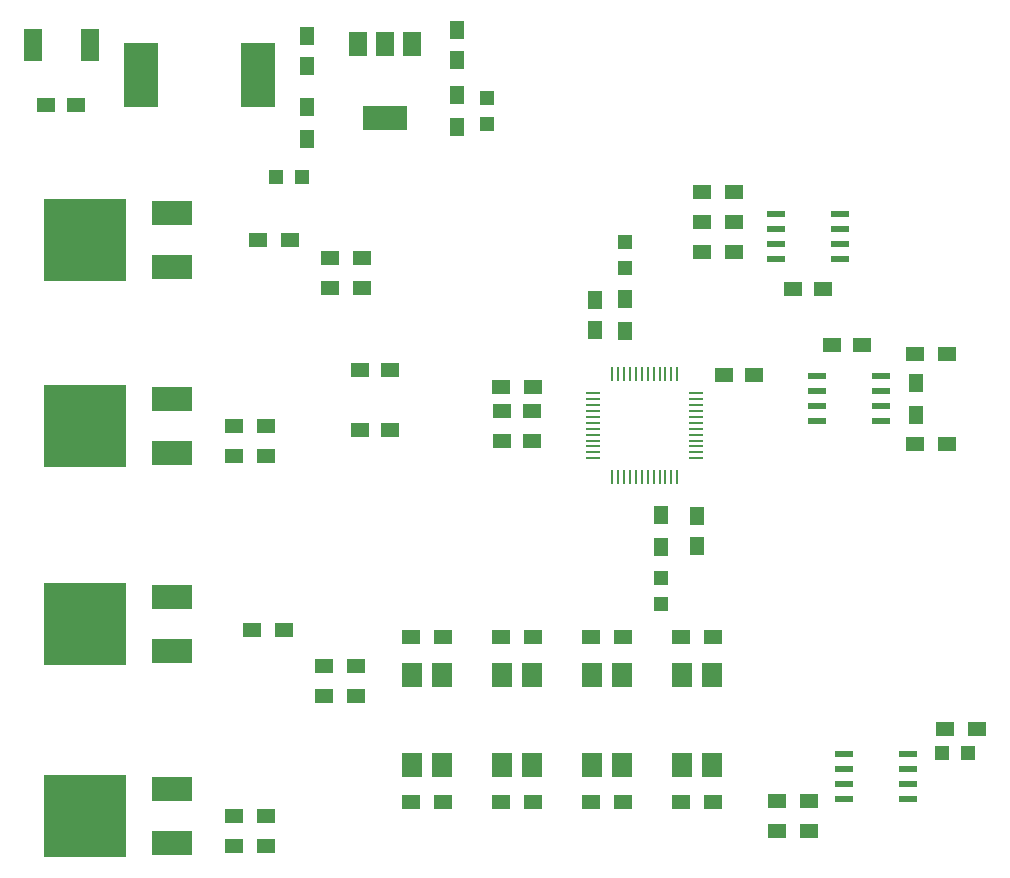
<source format=gbr>
G04 #@! TF.FileFunction,Paste,Top*
%FSLAX46Y46*%
G04 Gerber Fmt 4.6, Leading zero omitted, Abs format (unit mm)*
G04 Created by KiCad (PCBNEW 4.0.6) date 07/04/17 16:47:20*
%MOMM*%
%LPD*%
G01*
G04 APERTURE LIST*
%ADD10C,0.100000*%
%ADD11R,1.500000X1.250000*%
%ADD12R,1.250000X1.500000*%
%ADD13R,1.200000X1.200000*%
%ADD14R,1.500000X2.700000*%
%ADD15R,2.900680X5.400040*%
%ADD16R,3.500000X2.000000*%
%ADD17R,7.000000X7.000000*%
%ADD18R,1.500000X1.300000*%
%ADD19R,1.300000X1.500000*%
%ADD20R,1.780000X2.000000*%
%ADD21R,1.300000X0.250000*%
%ADD22R,0.250000X1.300000*%
%ADD23R,3.800000X2.000000*%
%ADD24R,1.500000X2.000000*%
%ADD25R,1.550000X0.600000*%
G04 APERTURE END LIST*
D10*
D11*
X76053000Y-57531000D03*
X73553000Y-57531000D03*
X76053000Y-62611000D03*
X73553000Y-62611000D03*
X88118000Y-60960000D03*
X85618000Y-60960000D03*
X49510000Y-35052000D03*
X47010000Y-35052000D03*
D12*
X69088000Y-29230000D03*
X69088000Y-31730000D03*
X81788000Y-31222000D03*
X81788000Y-28722000D03*
D11*
X88118000Y-63500000D03*
X85618000Y-63500000D03*
X104414000Y-57912000D03*
X106914000Y-57912000D03*
D12*
X102108000Y-69870000D03*
X102108000Y-72370000D03*
X93472000Y-54082000D03*
X93472000Y-51582000D03*
D11*
X116058000Y-55372000D03*
X113558000Y-55372000D03*
X110256000Y-50673000D03*
X112756000Y-50673000D03*
D13*
X96012000Y-48852000D03*
X96012000Y-46652000D03*
X99060000Y-75100000D03*
X99060000Y-77300000D03*
D14*
X50660000Y-29972000D03*
X45860000Y-29972000D03*
D13*
X84328000Y-36660000D03*
X84328000Y-34460000D03*
X68664000Y-41148000D03*
X66464000Y-41148000D03*
X125052000Y-89916000D03*
X122852000Y-89916000D03*
D15*
X54993540Y-32512000D03*
X64894460Y-32512000D03*
D16*
X57661000Y-81294000D03*
X57661000Y-76714000D03*
D17*
X50261000Y-78994000D03*
D16*
X57661000Y-97550000D03*
X57661000Y-92970000D03*
D17*
X50261000Y-95250000D03*
D16*
X57661000Y-48782000D03*
X57661000Y-44202000D03*
D17*
X50261000Y-46482000D03*
D16*
X57661000Y-64530000D03*
X57661000Y-59950000D03*
D17*
X50261000Y-62230000D03*
D18*
X65612000Y-95250000D03*
X62912000Y-95250000D03*
X73232000Y-85090000D03*
X70532000Y-85090000D03*
X70532000Y-82550000D03*
X73232000Y-82550000D03*
X62912000Y-97790000D03*
X65612000Y-97790000D03*
D19*
X96012000Y-54182000D03*
X96012000Y-51482000D03*
X99060000Y-69770000D03*
X99060000Y-72470000D03*
D18*
X85518000Y-58928000D03*
X88218000Y-58928000D03*
X67136000Y-79502000D03*
X64436000Y-79502000D03*
X77898000Y-94107000D03*
X80598000Y-94107000D03*
X85518000Y-94107000D03*
X88218000Y-94107000D03*
X93138000Y-94107000D03*
X95838000Y-94107000D03*
X100758000Y-94107000D03*
X103458000Y-94107000D03*
X80598000Y-80137000D03*
X77898000Y-80137000D03*
X88218000Y-80137000D03*
X85518000Y-80137000D03*
X95838000Y-80137000D03*
X93138000Y-80137000D03*
X103458000Y-80137000D03*
X100758000Y-80137000D03*
X67644000Y-46482000D03*
X64944000Y-46482000D03*
X73740000Y-50546000D03*
X71040000Y-50546000D03*
X65612000Y-64770000D03*
X62912000Y-64770000D03*
X73740000Y-48006000D03*
X71040000Y-48006000D03*
X65612000Y-62230000D03*
X62912000Y-62230000D03*
D19*
X81788000Y-36910000D03*
X81788000Y-34210000D03*
X69088000Y-35226000D03*
X69088000Y-37926000D03*
D18*
X108886000Y-93980000D03*
X111586000Y-93980000D03*
X102536000Y-47498000D03*
X105236000Y-47498000D03*
X102536000Y-44958000D03*
X105236000Y-44958000D03*
X102536000Y-42418000D03*
X105236000Y-42418000D03*
X123110000Y-87884000D03*
X125810000Y-87884000D03*
X123270000Y-63754000D03*
X120570000Y-63754000D03*
D19*
X120650000Y-61294000D03*
X120650000Y-58594000D03*
D18*
X120570000Y-56134000D03*
X123270000Y-56134000D03*
X108886000Y-96520000D03*
X111586000Y-96520000D03*
D20*
X77978000Y-90932000D03*
X80518000Y-83312000D03*
X80518000Y-90932000D03*
X77978000Y-83312000D03*
X85598000Y-90932000D03*
X88138000Y-83312000D03*
X88138000Y-90932000D03*
X85598000Y-83312000D03*
X93218000Y-90932000D03*
X95758000Y-83312000D03*
X95758000Y-90932000D03*
X93218000Y-83312000D03*
X100838000Y-90932000D03*
X103378000Y-83312000D03*
X103378000Y-90932000D03*
X100838000Y-83312000D03*
D21*
X93313000Y-59480000D03*
X93313000Y-59980000D03*
X93313000Y-60480000D03*
X93313000Y-60980000D03*
X93313000Y-61480000D03*
X93313000Y-61980000D03*
X93313000Y-62480000D03*
X93313000Y-62980000D03*
X93313000Y-63480000D03*
X93313000Y-63980000D03*
X93313000Y-64480000D03*
X93313000Y-64980000D03*
D22*
X94913000Y-66580000D03*
X95413000Y-66580000D03*
X95913000Y-66580000D03*
X96413000Y-66580000D03*
X96913000Y-66580000D03*
X97413000Y-66580000D03*
X97913000Y-66580000D03*
X98413000Y-66580000D03*
X98913000Y-66580000D03*
X99413000Y-66580000D03*
X99913000Y-66580000D03*
X100413000Y-66580000D03*
D21*
X102013000Y-64980000D03*
X102013000Y-64480000D03*
X102013000Y-63980000D03*
X102013000Y-63480000D03*
X102013000Y-62980000D03*
X102013000Y-62480000D03*
X102013000Y-61980000D03*
X102013000Y-61480000D03*
X102013000Y-60980000D03*
X102013000Y-60480000D03*
X102013000Y-59980000D03*
X102013000Y-59480000D03*
D22*
X100413000Y-57880000D03*
X99913000Y-57880000D03*
X99413000Y-57880000D03*
X98913000Y-57880000D03*
X98413000Y-57880000D03*
X97913000Y-57880000D03*
X97413000Y-57880000D03*
X96913000Y-57880000D03*
X96413000Y-57880000D03*
X95913000Y-57880000D03*
X95413000Y-57880000D03*
X94913000Y-57880000D03*
D23*
X75692000Y-36170000D03*
D24*
X75692000Y-29870000D03*
X73392000Y-29870000D03*
X77992000Y-29870000D03*
D25*
X114206000Y-48133000D03*
X114206000Y-46863000D03*
X114206000Y-45593000D03*
X114206000Y-44323000D03*
X108806000Y-44323000D03*
X108806000Y-45593000D03*
X108806000Y-46863000D03*
X108806000Y-48133000D03*
X114521000Y-90043000D03*
X114521000Y-91313000D03*
X114521000Y-92583000D03*
X114521000Y-93853000D03*
X119921000Y-93853000D03*
X119921000Y-92583000D03*
X119921000Y-91313000D03*
X119921000Y-90043000D03*
X112235000Y-58039000D03*
X112235000Y-59309000D03*
X112235000Y-60579000D03*
X112235000Y-61849000D03*
X117635000Y-61849000D03*
X117635000Y-60579000D03*
X117635000Y-59309000D03*
X117635000Y-58039000D03*
M02*

</source>
